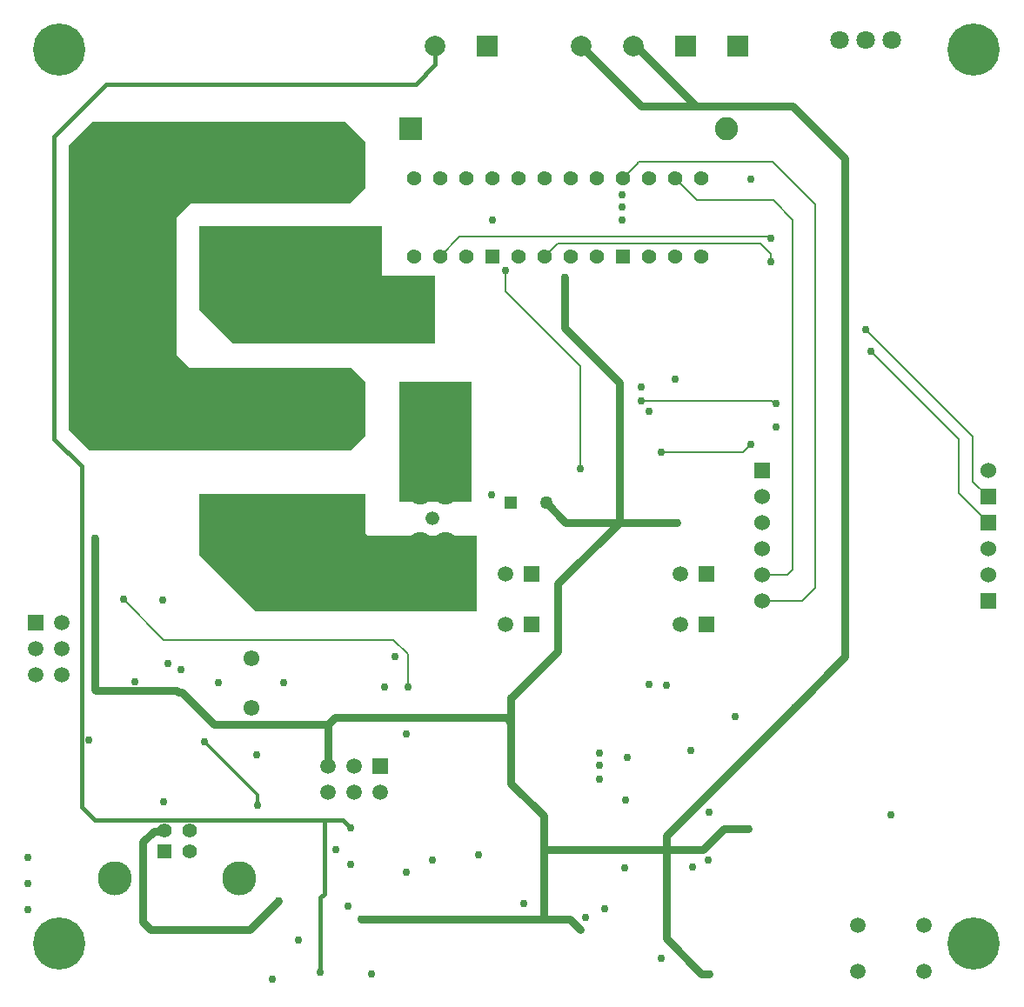
<source format=gbr>
%TF.GenerationSoftware,Altium Limited,Altium Designer,25.2.1 (25)*%
G04 Layer_Physical_Order=2*
G04 Layer_Color=36540*
%FSLAX43Y43*%
%MOMM*%
%TF.SameCoordinates,66537E59-A43E-40DC-9FEC-BE63E116DA79*%
%TF.FilePolarity,Positive*%
%TF.FileFunction,Copper,L2,Inr,Signal*%
%TF.Part,Single*%
G01*
G75*
%TA.AperFunction,Conductor*%
%ADD38C,0.175*%
%ADD39C,0.300*%
%ADD40C,0.800*%
%ADD41C,0.400*%
%TA.AperFunction,ComponentPad*%
%ADD43C,1.500*%
%ADD44R,1.500X1.500*%
%ADD45C,1.408*%
%ADD46R,1.408X1.408*%
%ADD47C,3.316*%
%ADD48C,1.524*%
%ADD49R,1.524X1.524*%
%ADD50C,3.000*%
%ADD51R,3.000X3.000*%
%ADD52C,1.425*%
%ADD53R,1.425X1.425*%
%ADD54C,2.000*%
%ADD55R,2.000X2.000*%
%ADD56R,2.250X2.250*%
%ADD57C,2.250*%
%ADD58R,1.500X1.500*%
%ADD59C,1.500*%
%ADD60C,1.550*%
%ADD61C,1.800*%
%ADD62C,1.275*%
%ADD63R,1.275X1.275*%
%ADD64C,1.325*%
%ADD65C,2.400*%
%TA.AperFunction,ViaPad*%
%ADD66C,5.080*%
%ADD67C,0.750*%
G36*
X35941Y69523D02*
X41148D01*
Y62865D01*
X21463D01*
X18140Y66188D01*
Y74300D01*
X35941D01*
Y69523D01*
D02*
G37*
G36*
X34300Y82540D02*
Y77988D01*
X32812Y76500D01*
X17318D01*
X16000Y75182D01*
Y61724D01*
X17224Y60500D01*
X33000D01*
X34300Y59200D01*
X34300D01*
Y53858D01*
X32902Y52460D01*
X7484D01*
X5500Y54444D01*
Y82208D01*
X7752Y84460D01*
X32380D01*
X34300Y82540D01*
D02*
G37*
G36*
X44648Y47498D02*
X37648D01*
Y59182D01*
X44648D01*
Y47498D01*
D02*
G37*
G36*
X34300Y44450D02*
X34554Y44196D01*
X45164D01*
Y36807D01*
X23633D01*
X18140Y42300D01*
Y48300D01*
X34300D01*
Y44450D01*
D02*
G37*
D38*
X61341Y57277D02*
X73885D01*
X74139Y57023D01*
X74295D01*
X48006Y67945D02*
Y69977D01*
Y67945D02*
X55245Y60706D01*
Y50673D02*
Y60706D01*
X43505Y73279D02*
X73660D01*
X73787Y73152D01*
X38481Y29464D02*
Y32639D01*
X37084Y34036D02*
X38481Y32639D01*
X73787Y70866D02*
Y71628D01*
X53030Y72644D02*
X72771D01*
X73787Y71628D01*
X71120Y52324D02*
X71882Y53086D01*
X63119Y52324D02*
X71120D01*
X93472Y49481D02*
X94947Y48006D01*
X93472Y49481D02*
Y53848D01*
X83058Y64262D02*
X93472Y53848D01*
X92075Y48338D02*
Y53594D01*
X83566Y62103D02*
X92075Y53594D01*
Y48338D02*
X94947Y45466D01*
X41600Y71374D02*
X43505Y73279D01*
X51760Y71374D02*
X53030Y72644D01*
X72947Y37846D02*
X76859D01*
X78105Y39092D01*
Y76454D01*
X73949Y80610D02*
X78105Y76454D01*
X60901Y80610D02*
X73949D01*
X60833Y80542D02*
X60901Y80610D01*
X60833Y80447D02*
Y80542D01*
X59380Y78994D02*
X60833Y80447D01*
X75946Y40894D02*
Y74954D01*
X75438Y40386D02*
X75946Y40894D01*
X64460Y78994D02*
X66599Y76855D01*
X74046D01*
X75946Y74954D01*
X72947Y40386D02*
X75438D01*
X10795Y37973D02*
X14732Y34036D01*
X37084D01*
D39*
X23876Y17907D02*
Y18923D01*
X18669Y24130D02*
X23876Y18923D01*
D40*
X33926Y6858D02*
X54229D01*
X48514Y26032D02*
Y28321D01*
X48045Y26500D02*
X48514Y26032D01*
X31411Y26500D02*
X48045D01*
X48514Y20066D02*
Y26032D01*
X30734Y25823D02*
X31411Y26500D01*
X48514Y28321D02*
X53086Y32893D01*
X48514Y20066D02*
X51689Y16891D01*
X67056Y1524D02*
X67818D01*
X63627Y4953D02*
X67056Y1524D01*
X63627Y4953D02*
Y13589D01*
X67183D01*
X14765Y15404D02*
X14982Y15621D01*
X12700Y6604D02*
Y14351D01*
X13753Y15404D02*
X14765D01*
X12700Y14351D02*
X13753Y15404D01*
X53721Y64389D02*
X59055Y59055D01*
Y45466D02*
Y59055D01*
X54229Y6858D02*
X55245Y5842D01*
X53721Y64389D02*
Y69342D01*
X76073Y27432D02*
X81026Y32385D01*
X63627Y14986D02*
X76073Y27432D01*
X63627Y13589D02*
Y14986D01*
X81026Y32385D02*
Y80899D01*
X67183Y13589D02*
X69215Y15621D01*
X71628D01*
X8001Y29210D02*
X8128Y29083D01*
X8001Y29210D02*
Y43942D01*
X8128Y29083D02*
X16002D01*
X16129Y28956D01*
X16510D01*
X61182Y85979D02*
X66521D01*
X60420Y91821D02*
X60679D01*
X66521Y85979D01*
X75946D01*
X55340Y91821D02*
X61182Y85979D01*
X75946D02*
X81026Y80899D01*
X19643Y25823D02*
X30734D01*
Y21717D02*
Y25823D01*
X51689Y13589D02*
Y16891D01*
Y6985D02*
Y13589D01*
X63627Y13589D01*
X16510Y28956D02*
X19558Y25908D01*
X53086Y32893D02*
Y39497D01*
X59055Y45466D01*
X64643D01*
X53848D02*
X59055D01*
X51943Y47371D02*
X53848Y45466D01*
X12700Y6604D02*
X13462Y5842D01*
X23114D02*
X25908Y8636D01*
X13462Y5842D02*
X23114D01*
D41*
X29972Y8937D02*
X30353Y9318D01*
X29972Y1651D02*
Y8937D01*
X30353Y9318D02*
Y16510D01*
X4064Y53594D02*
Y83058D01*
X6731Y17780D02*
Y50927D01*
X4064Y53594D02*
X6731Y50927D01*
Y17780D02*
X8001Y16510D01*
X30353D02*
X32131D01*
X32893Y15748D01*
X8001Y16510D02*
X30353D01*
X4064Y83058D02*
X9144Y88138D01*
X39243D01*
X41148Y90043D01*
Y91821D01*
D43*
X48000Y40500D02*
D03*
X65000Y35560D02*
D03*
X82221Y1742D02*
D03*
X88721D02*
D03*
X82221Y6242D02*
D03*
X88721D02*
D03*
X4826Y35687D02*
D03*
X2286Y33147D02*
D03*
X4826D02*
D03*
Y30607D02*
D03*
X35814Y19177D02*
D03*
X33274Y21717D02*
D03*
Y19177D02*
D03*
X30734Y21717D02*
D03*
Y19177D02*
D03*
X48000Y35560D02*
D03*
X65000Y40500D02*
D03*
D44*
X50540D02*
D03*
X67540Y35560D02*
D03*
X35814Y21717D02*
D03*
X50540Y35560D02*
D03*
X67540Y40500D02*
D03*
D45*
X14750Y15500D02*
D03*
X17250D02*
D03*
Y13500D02*
D03*
D46*
X14750D02*
D03*
D47*
X22020Y10800D02*
D03*
X9980D02*
D03*
D48*
X72947Y42926D02*
D03*
X94947Y50546D02*
D03*
Y42926D02*
D03*
Y40386D02*
D03*
X72947Y48006D02*
D03*
Y45466D02*
D03*
Y40386D02*
D03*
Y37846D02*
D03*
D49*
X94947Y48006D02*
D03*
Y45466D02*
D03*
Y37846D02*
D03*
X72947Y50546D02*
D03*
D50*
X31300Y71300D02*
D03*
X26220D02*
D03*
X21140D02*
D03*
X31300Y45300D02*
D03*
X26220D02*
D03*
X21140D02*
D03*
D51*
X31300Y81460D02*
D03*
X26220D02*
D03*
X21140D02*
D03*
X31300Y55460D02*
D03*
X26220D02*
D03*
X21140D02*
D03*
D52*
X67000Y71374D02*
D03*
X64460D02*
D03*
X61920D02*
D03*
X56840D02*
D03*
X54300D02*
D03*
X51760D02*
D03*
X49220D02*
D03*
X39060D02*
D03*
X41600D02*
D03*
X44140D02*
D03*
X67000Y78994D02*
D03*
X64460D02*
D03*
X61920D02*
D03*
X59380D02*
D03*
X56840D02*
D03*
X54300D02*
D03*
X51760D02*
D03*
X49220D02*
D03*
X39060D02*
D03*
X41600D02*
D03*
X44140D02*
D03*
X46680D02*
D03*
D53*
X59380Y71374D02*
D03*
X46680D02*
D03*
D54*
X41148Y91821D02*
D03*
X60420D02*
D03*
X55340D02*
D03*
D55*
X46228D02*
D03*
X70580D02*
D03*
X65500D02*
D03*
D56*
X38763Y83820D02*
D03*
D57*
X69463D02*
D03*
D58*
X2286Y35687D02*
D03*
D59*
Y30607D02*
D03*
D60*
X23241Y27411D02*
D03*
Y32291D02*
D03*
D61*
X85566Y92456D02*
D03*
X83026D02*
D03*
X80486D02*
D03*
D62*
X51943Y47371D02*
D03*
D63*
X48443D02*
D03*
D64*
X40869Y45847D02*
D03*
D65*
X39664Y39807D02*
D03*
X42164D02*
D03*
X39664Y43307D02*
D03*
X42164D02*
D03*
X39664Y48387D02*
D03*
X42164D02*
D03*
X39664Y51887D02*
D03*
X42164D02*
D03*
D66*
X93500Y4500D02*
D03*
Y91500D02*
D03*
X4500D02*
D03*
Y4500D02*
D03*
D67*
X29972Y1651D02*
D03*
X14732Y18288D02*
D03*
X18669Y24130D02*
D03*
X67818Y1524D02*
D03*
X66167Y11938D02*
D03*
X40894Y12573D02*
D03*
X49784Y8382D02*
D03*
X61976Y29718D02*
D03*
Y56261D02*
D03*
X61214Y57277D02*
D03*
Y58674D02*
D03*
X57150Y20500D02*
D03*
X70358Y26543D02*
D03*
X48006Y69977D02*
D03*
X55245Y50673D02*
D03*
X37211Y32385D02*
D03*
X38481Y29464D02*
D03*
X36195D02*
D03*
X73787Y70866D02*
D03*
X46609Y48133D02*
D03*
X32893Y15748D02*
D03*
X38354Y24892D02*
D03*
X63119Y52324D02*
D03*
X71882Y78867D02*
D03*
X73787Y73152D02*
D03*
X71882Y53086D02*
D03*
X74295Y54737D02*
D03*
Y57023D02*
D03*
X64516Y59436D02*
D03*
X85471Y17018D02*
D03*
X76073Y27432D02*
D03*
X71628Y15621D02*
D03*
X67691Y12573D02*
D03*
X83566Y62103D02*
D03*
X25273Y1016D02*
D03*
X55753Y6985D02*
D03*
X27813Y4826D02*
D03*
X31496Y13589D02*
D03*
X32893Y12192D02*
D03*
X38275Y11430D02*
D03*
X32639Y8128D02*
D03*
X7433Y24257D02*
D03*
X23876Y17907D02*
D03*
X8001Y43942D02*
D03*
X11938Y29985D02*
D03*
X8128Y29083D02*
D03*
X48514Y28321D02*
D03*
X53721Y69342D02*
D03*
X83058Y64262D02*
D03*
X59309Y77343D02*
D03*
Y76200D02*
D03*
X14600Y37910D02*
D03*
X10800Y37973D02*
D03*
X57150Y21844D02*
D03*
Y22987D02*
D03*
X59817Y22606D02*
D03*
X59690Y18415D02*
D03*
X16129Y28956D02*
D03*
X19558Y25908D02*
D03*
X15113Y31750D02*
D03*
X16383Y31115D02*
D03*
X1524Y12827D02*
D03*
Y10287D02*
D03*
Y7747D02*
D03*
X26416Y29845D02*
D03*
X20066D02*
D03*
X23749Y22860D02*
D03*
X33926Y6858D02*
D03*
X55245Y5842D02*
D03*
X48514Y20066D02*
D03*
X64643Y45466D02*
D03*
X59309Y74930D02*
D03*
X46736D02*
D03*
X45339Y13081D02*
D03*
X63119Y3048D02*
D03*
X57658Y7874D02*
D03*
X67818Y17272D02*
D03*
X66040Y23241D02*
D03*
X59563Y11811D02*
D03*
X63627Y29591D02*
D03*
X34925Y1524D02*
D03*
X25908Y8636D02*
D03*
X8300Y75182D02*
D03*
Y61724D02*
D03*
Y67107D02*
D03*
Y72490D02*
D03*
Y64416D02*
D03*
Y69799D02*
D03*
Y59032D02*
D03*
Y56340D02*
D03*
Y77874D02*
D03*
Y80566D02*
D03*
X13200Y75182D02*
D03*
Y61724D02*
D03*
Y67107D02*
D03*
Y72490D02*
D03*
Y64416D02*
D03*
Y69799D02*
D03*
Y59032D02*
D03*
Y56340D02*
D03*
Y77874D02*
D03*
Y80566D02*
D03*
X10750D02*
D03*
Y77874D02*
D03*
Y56340D02*
D03*
Y59032D02*
D03*
Y69799D02*
D03*
Y64416D02*
D03*
Y72490D02*
D03*
Y67107D02*
D03*
Y61724D02*
D03*
Y75182D02*
D03*
X21140Y40870D02*
D03*
X31300D02*
D03*
X26220D02*
D03*
X28760D02*
D03*
X23680D02*
D03*
Y42370D02*
D03*
X28760D02*
D03*
X26220D02*
D03*
X31300D02*
D03*
X21140D02*
D03*
X23680Y39370D02*
D03*
X26220D02*
D03*
X31300D02*
D03*
X33840Y42370D02*
D03*
Y40870D02*
D03*
X28760Y39370D02*
D03*
X33840D02*
D03*
X42164Y54000D02*
D03*
X39664D02*
D03*
Y57000D02*
D03*
X42164D02*
D03*
Y55500D02*
D03*
X39664D02*
D03*
X33724Y65000D02*
D03*
X28760D02*
D03*
X33724Y66500D02*
D03*
Y68000D02*
D03*
X21140Y65000D02*
D03*
X31242D02*
D03*
X26220D02*
D03*
X23680D02*
D03*
X21140Y68000D02*
D03*
X31300D02*
D03*
X26220D02*
D03*
X28760D02*
D03*
X23680D02*
D03*
Y66500D02*
D03*
X28760D02*
D03*
X26220D02*
D03*
X31300D02*
D03*
X21140D02*
D03*
%TF.MD5,cb5da0562f1748ac4812ebf5a15ad36d*%
M02*

</source>
